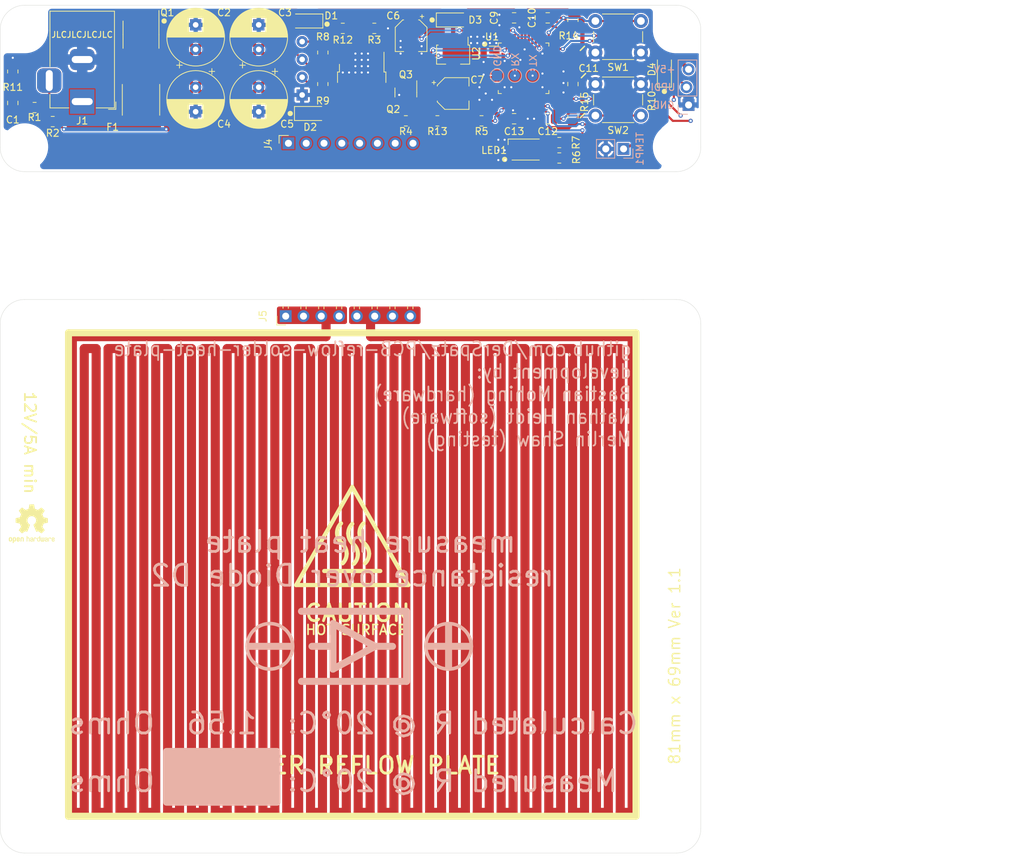
<source format=kicad_pcb>
(kicad_pcb (version 20221018) (generator pcbnew)
  (layers (0 "F.Cu" signal) (31 "B.Cu" signal) (34 "B.Paste" user) (35 "F.Paste" user) (36 "B.SilkS" user "B.Silkscreen") (37 "F.SilkS" user "F.Silkscreen") (38 "B.Mask" user) (39 "F.Mask" user) (44 "Edge.Cuts" user))
  (net 0 "")
  (net 1 "GND")
  (net 2 "+5V")
  (net 3 "VCC")
  (net 4 "/UPDI")
  (net 5 "/VCC-DIV")
  (net 6 "/I2C_SDA")
  (net 7 "/I2C_SCL")
  (net 8 "/GATE")
  (net 9 "HEATPLATE")
  (net 10 "Net-(Q1-G)")
  (net 11 "Net-(D1-K)")
  (net 12 "Net-(F1-Pad1)")
  (net 13 "Net-(D2-A)")
  (net 14 "/TX0")
  (net 15 "/RX0")
  (net 16 "Net-(D4-A)")
  (net 17 "Net-(C1-Pad1)")
  (net 18 "Net-(J1-Pad3)")
  (net 19 "/SW_UP")
  (net 20 "/SW_DN")
  (net 21 "/TDATA_D")
  (net 22 "/LED_G")
  (net 23 "/LED_R")
  (net 24 "Net-(LED1A-A1)")
  (net 25 "Net-(LED1B-A2)")
  (net 26 "Net-(Q2-G)")
  (net 27 "Net-(Q3-B)")
  (net 57 "unconnected-(U1-PF2-Pad36)")
  (footprint "Package_SO:SOIC-8_3.9x4.9mm_P1.27mm" (layer "F.Cu") (at 80.1 64.2 -90)
    (fp_text reference "Q1")
    (fp_text value "WSP4409A")
  )
  (footprint "Resistor_SMD:R_0805_2012Metric" (layer "F.Cu") (at 122.4 76.5)
    (fp_text reference "R13")
    (fp_text value "10k")
  )
  (footprint "Package_TO_SOT_SMD:SOT-23" (layer "F.Cu") (at 117.9 72.45 -90)
    (fp_text reference "Q3")
    (fp_text value "SS8050")
  )
  (footprint "Resistor_SMD:R_0805_2012Metric" (layer "F.Cu") (at 106.05 71.25 90)
    (fp_text reference "R9")
    (fp_text value "4k7")
  )
  (footprint "Capacitor_THT:CP_Radial_D8.0mm_P3.50mm" (layer "F.Cu") (at 96.9 71.7 -90)
    (fp_text reference "C5")
    (fp_text value "680u/16V")
  )
  (footprint "Button_Switch_THT:SW_PUSH_6mm" (layer "F.Cu") (at 144.95 62.25)
    (fp_text reference "SW1")
    (fp_text value "SW_Push")
  )
  (footprint "Connector_PinSocket_2.54mm:PinSocket_1x08_P2.54mm_Horizontal" (layer "F.Cu") (at 101.14 79.7 90)
    (fp_text reference "J4")
    (fp_text value "1x8 2.54mm female" hide)
  )
  (footprint "MountingHole:MountingHole_3.2mm_M3" (layer "F.Cu") (at 63.53 105.49)
    (fp_text reference "H7" hide)
    (fp_text value "M3")
  )
  (footprint "Resistor_SMD:R_0805_2012Metric" (layer "F.Cu") (at 139.8 81.8 180)
    (fp_text reference "R6")
    (fp_text value "1k")
  )
  (footprint "Capacitor_SMD:CP_Elec_4x5.4" (layer "F.Cu") (at 118.65 64.35 -90)
    (fp_text reference "C6")
    (fp_text value "22u/16V")
  )
  (footprint "MountingHole:MountingHole_3.2mm_M3" (layer "F.Cu") (at 156.5 105.5)
    (fp_text reference "H8" hide)
    (fp_text value "M3")
  )
  (footprint "Package_TO_SOT_SMD:TO-252-2" (layer "F.Cu") (at 111.6 72 -90)
    (fp_text reference "Q2")
    (fp_text value "IRLR8726TRPBF")
  )
  (footprint "Package_TO_SOT_SMD:SOT-89-3" (layer "F.Cu") (at 124.65 66.75 -90)
    (fp_text reference "U2")
    (fp_text value "AMS1117-5.0")
  )
  (footprint "Connector_PinHeader_2.54mm:PinHeader_1x08_P2.54mm_Horizontal" (layer "F.Cu") (at 100.75 104.375 90)
    (fp_text reference "J5")
    (fp_text value "1x8 2.54mm male")
  )
  (footprint "Connector_BarrelJack:BarrelJack_Horizontal" (layer "F.Cu") (at 71.7075 73.75 -90)
    (fp_text reference "J1")
    (fp_text value "Barrel_Jack_Switch")
  )
  (footprint "Diode_SMD:D_SOD-123" (layer "F.Cu") (at 103.8 62.25 180)
    (fp_text reference "D1")
    (fp_text value "B5819W")
  )
  (footprint "Capacitor_THT:CP_Radial_D8.0mm_P3.50mm" (layer "F.Cu") (at 96.9 66.3 90)
    (fp_text reference "C3")
    (fp_text value "680u/16V")
  )
  (footprint "Resistor_SMD:R_0805_2012Metric" (layer "F.Cu") (at 154.65 74.4 90)
    (fp_text reference "R10")
    (fp_text value "1k")
  )
  (footprint "Resistor_SMD:R_0805_2012Metric" (layer "F.Cu") (at 139.8 79.6 180)
    (fp_text reference "R7")
    (fp_text value "1k")
  )
  (footprint "Capacitor_SMD:C_0805_2012Metric" (layer "F.Cu") (at 138.15 76.2 180)
    (fp_text reference "C12")
    (fp_text value "100nF")
  )
  (footprint "Resistor_SMD:R_0805_2012Metric" (layer "F.Cu") (at 141.75 62.1 90)
    (fp_text reference "R14")
    (fp_text value "10k")
  )
  (footprint "Resistor_SMD:R_0805_2012Metric" (layer "F.Cu") (at 141.75 75.9 -90)
    (fp_text reference "R15")
    (fp_text value "10k")
  )
  (footprint "Button_Switch_THT:SW_PUSH_6mm" (layer "F.Cu") (at 151.45 75.75 180)
    (fp_text reference "SW2")
    (fp_text value "SW_Push")
  )
  (footprint "Package_QFP:TQFP-48_7x7mm_P0.5mm" (layer "F.Cu") (at 134.7 69)
    (fp_text reference "U1")
    (fp_text value "ATMEGA4809-AFR")
  )
  (footprint "MountingHole:MountingHole_3.2mm_M3" (layer "F.Cu") (at 156.5 80.2)
    (fp_text reference "H6" hide)
    (fp_text value "M3")
  )
  (footprint "Resistor_SMD:R_0805_2012Metric" (layer "F.Cu") (at 113.4 63.3)
    (fp_text reference "R3")
    (fp_text value "1k")
  )
  (footprint "Capacitor_SMD:CP_Elec_4x5.4" (layer "F.Cu") (at 124.65 72.6)
    (fp_text reference "C7")
    (fp_text value "22u/16V")
  )
  (footprint "Capacitor_THT:CP_Radial_D8.0mm_P3.50mm" (layer "F.Cu") (at 87.9 66.3 90)
    (fp_text reference "C2")
    (fp_text value "680u/16V")
  )
  (footprint "Diode_SMD:D_SOD-123" (layer "F.Cu") (at 124.5 62.1)
    (fp_text reference "D3")
    (fp_text value "B5819W")
  )
  (footprint "Capacitor_SMD:C_0805_2012Metric" (layer "F.Cu") (at 133.35 61.8 180)
    (fp_text reference "C9")
    (fp_text value "100nF")
  )
  (footprint "Capacitor_THT:CP_Radial_D8.0mm_P3.50mm" (layer "F.Cu") (at 87.9 71.7 -90)
    (fp_text reference "C4")
    (fp_text value "680u/16V")
  )
  (footprint "MountingHole:MountingHole_3.2mm_M3" (layer "F.Cu") (at 63.5 63.5)
    (fp_text reference "H1" hide)
    (fp_text value "M3")
  )
  (footprint "MountingHole:MountingHole_3.2mm_M3" (layer "F.Cu") (at 156.506 177.502)
    (fp_text reference "H4" hide)
    (fp_text value "M3")
  )
  (footprint "MountingHole:MountingHole_3.2mm_M3" (layer "F.Cu") (at 63.5 80.2)
    (fp_text reference "H5" hide)
    (fp_text value "M3")
  )
  (footprint "Resistor_SMD:R_0805_2012Metric" (layer "F.Cu") (at 61.8 69.45 90)
    (fp_text reference "R11")
    (fp_text value "10k")
  )
  (footprint "User:0.91Inch-OLED-Module" (layer "F.Cu") (at 119.89 67.92)
    (fp_text reference "OLED1" hide)
    (fp_text value "SSD1306")
  )
  (footprint "Diode_SMD:D_SOD-123" (layer "F.Cu") (at 154.8 69.45 90)
    (fp_text reference "D4")
    (fp_text value "B5819W")
  )
  (footprint "Capacitor_SMD:C_0805_2012Metric" (layer "F.Cu") (at 138.15 61.8 180)
    (fp_text reference "C10")
    (fp_text value "100nF")
  )
  (footprint "Capacitor_SMD:C_0805_2012Metric" (layer "F.Cu") (at 133.35 76.2)
    (fp_text reference "C13")
    (fp_text value "100nF")
  )
  (footprint "LED_SMD:LED_Avago_PLCC4_3.2x2.8mm_CW" (layer "F.Cu") (at 135 80.6)
    (fp_text reference "LED1")
    (fp_text value "RED/GREEN")
  )
  (footprint "Capacitor_SMD:C_0805_2012Metric" (layer "F.Cu") (at 141.75 71.25 -90)
    (fp_text reference "C11")
    (fp_text value "100nF")
  )
  (footprint "Resistor_SMD:R_0805_2012Metric" (layer "F.Cu") (at 128.7 76.5 180)
    (fp_text reference "R5")
    (fp_text value "1k")
  )
  (footprint "Resistor_SMD:R_0805_2012Metric" (layer "F.Cu") (at 117.9 76.5 180)
    (fp_text reference "R4")
    (fp_text value "4k7")
  )
  (footprint "Capacitor_SMD:C_0805_2012Metric" (layer "F.Cu") (at 61.8 73.95 90)
    (fp_text reference "C1")
    (fp_text value "10u")
  )
  (footprint "Resistor_SMD:R_0805_2012Metric" (layer "F.Cu") (at 106.05 66.75 90)
    (fp_text reference "R8")
    (fp_text value "4k7")
  )
  (footprint "MountingHole:MountingHole_3.2mm_M3" (layer "F.Cu") (at 63.506 177.502)
    (fp_text reference "H3" hide)
    (fp_text value "M3")
  )
  (footprint "Symbol:OSHW-Logo2_7.3x6mm_SilkScreen" (layer "F.Cu") (at 64.506 134.002)
    (fp_text reference "LOGO1" hide)
    (fp_text value "Logo_Open_Hardware_Small" hide)
  )
  (footprint "Diode_SMD:D_SOD-123" (layer "F.Cu") (at 104.25 75.45)
    (fp_text reference "D2")
    (fp_text value "B5819W")
  )
  (footprint "Resistor_SMD:R_0805_2012Metric" (layer "F.Cu") (at 67.5 76.6)
    (fp_text reference "R2")
    (fp_text value "47")
  )
  (footprint "MountingHole:MountingHole_3.2mm_M3" (layer "F.Cu") (at 156.5 63.5)
    (fp_text reference "H2" hide)
    (fp_text value "M3")
  )
  (footprint "Fuse:Fuse_2920_7451Metric" (layer "F.Cu") (at 80.1 73.5 90)
    (fp_text reference "F1")
    (fp_text value "5A")
  )
  (footprint "Resistor_SMD:R_0805_2012Metric" (layer "F.Cu") (at 64.9125 74.6 180)
    (fp_text reference "R1")
    (fp_text value "47")
  )
  (footprint "Resistor_SMD:R_0805_2012Metric" (layer "F.Cu") (at 108.9 63.3)
    (fp_text reference "R12")
    (fp_text value "10k")
  )
  (footprint "Connector_PinHeader_2.54mm:PinHeader_1x03_P2.54mm_Vertical" (layer "B.Cu") (at 158.1 74.23)
    (fp_text reference "UPDI1" hide)
    (fp_text value "1x03_2.54mm")
  )
  (footprint "TestPoint:TestPoint_Pad_D1.5mm" (layer "B.Cu") (at 130.91 70.05)
    (fp_text reference "TP3" hide)
    (fp_text value "TestPoint")
  )
  (footprint "Connector_PinHeader_2.54mm:PinHeader_1x02_P2.54mm_Vertical" (layer "B.Cu") (at 148.975 80.5 90)
    (fp_text reference "TEMP1")
    (fp_text value "1x02_2.54mm")
  )
  (footprint "TestPoint:TestPoint_Pad_D1.5mm" (layer "B.Cu") (at 135.99 70.05)
    (fp_text reference "TP1" hide)
    (fp_text value "TestPoint")
  )
  (footprint "TestPoint:TestPoint_Pad_D1.5mm" (layer "B.Cu") (at 133.45 70.05)
    (fp_text reference "TP2" hide)
    (fp_text value "TestPoint")
  )
  (gr_line (start 107.5 151.5) (end 104.5 151.5) (stroke (width 1)) (layer "B.SilkS"))
  (gr_line (start 118 156.5) (end 103 156.5) (stroke (width 1)) (layer "B.SilkS"))
  (gr_line (start 127 151.5) (end 121 151.5) (stroke (width 1)) (layer "B.SilkS"))
  (gr_line (start 118 156.5) (end 118 146.5) (stroke (width 1)) (layer "B.SilkS"))
  (gr_line (start 118 146.5) (end 103 146.5) (stroke (width 1)) (layer "B.SilkS"))
  (gr_circle (center 98.5 151.5) (end 95.25 151.5) (stroke (width 0.5)) (fill none) (layer "B.SilkS"))
  (gr_circle (center 124 151.5) (end 120.75 151.5) (stroke (width 0.5)) (fill none) (layer "B.SilkS"))
  (gr_line (start 107.5 148.25) (end 113.5 151.5) (stroke (width 1)) (layer "B.SilkS"))
  (gr_line (start 101.5 151.5) (end 95.5 151.5) (stroke (width 1)) (layer "B.SilkS"))
  (gr_line (start 107.5 154.75) (end 107.5 148.25) (stroke (width 1)) (layer "B.SilkS"))
  (gr_line (start 113 151.5) (end 116 151.5) (stroke (width 1)) (layer "B.SilkS"))
  (gr_line (start 124 154.5) (end 124 148.5) (stroke (width 1)) (layer "B.SilkS"))
  (gr_line (start 113.5 151.5) (end 107.5 154.75) (stroke (width 1)) (layer "B.SilkS"))
  (gr_rect (start 83.75 166.5) (end 99.5 173.75) (stroke (width 1)) (fill solid) (layer "B.SilkS"))
  (gr_arc (start 108.65 136.681) (mid 108.231618 136.05435) (end 108.084891 135.315293) (stroke (width 0.6)) (layer "F.SilkS"))
  (gr_arc (start 108.884 136.916) (mid 109.302458 137.542267) (end 109.449402 138.281) (stroke (width 0.6)) (layer "F.SilkS"))
  (gr_line locked (start 102.25 142.75) (end 110.25 128.75) (stroke (width 0.6)) (layer "F.SilkS"))
  (gr_line locked (start 110.25 136.75) (end 110.484 136.984) (stroke (width 0.6)) (layer "F.SilkS"))
  (gr_line locked (start 102.25 142.75) (end 118.25 142.75) (stroke (width 0.6)) (layer "F.SilkS"))
  (gr_circle (center 121.65 62.1) (end 121.95 62.1) (stroke (width 0.15)) (fill solid) (layer "F.SilkS"))
  (gr_arc (start 111.85 136.681) (mid 111.431618 136.05435) (end 111.284891 135.315293) (stroke (width 0.6)) (layer "F.SilkS"))
  (gr_circle (center 101.4 75.45) (end 101.7 75.45) (stroke (width 0.15)) (fill solid) (layer "F.SilkS"))
  (gr_arc (start 110.25 136.75) (mid 109.831235 136.123274) (end 109.684184 135.384) (stroke (width 0.6)) (layer "F.SilkS"))
  (gr_arc (start 111.05 138.35) (mid 110.903011 139.088962) (end 110.484423 139.715423) (stroke (width 0.6)) (layer "F.SilkS"))
  (gr_line (start 142.8 76.05) (end 143.4 75.45) (stroke (width 0.2)) (layer "F.SilkS"))
  (gr_circle (center 132 82) (end 132.3 82) (stroke (width 0.15)) (fill solid) (layer "F.SilkS"))
  (gr_line (start 69.75 106.75) (end 69.75 175.75) (stroke (width 1)) (layer "F.SilkS"))
  (gr_arc (start 109.45 138.281) (mid 109.303011 139.019962) (end 108.884423 139.646423) (stroke (width 0.6)) (layer "F.SilkS"))
  (gr_arc (start 108.084 135.316) (mid 108.231065 134.576656) (end 108.64987 133.94987) (stroke (width 0.6)) (layer "F.SilkS"))
  (gr_arc (start 110.484 136.984) (mid 110.902841 137.610343) (end 111.050109 138.349293) (stroke (width 0.6)) (layer "F.SilkS"))
  (gr_line (start 142.8 66.45) (end 143.4 65.85) (stroke (width 0.2)) (layer "F.SilkS"))
  (gr_circle (center 154.8 72.3) (end 155.1 72.3) (stroke (width 0.15)) (fill solid) (layer "F.SilkS"))
  (gr_arc (start 112.084 136.916) (mid 112.502458 137.542267) (end 112.649402 138.281) (stroke (width 0.6)) (layer "F.SilkS"))
  (gr_arc (start 112.65 138.281) (mid 112.503011 139.019962) (end 112.084423 139.646423) (stroke (width 0.6)) (layer "F.SilkS"))
  (gr_line locked (start 106.25 140.75) (end 114.25 140.75) (stroke (width 0.6)) (layer "F.SilkS"))
  (gr_line (start 150.75 106.75) (end 69.75 106.75) (stroke (width 1)) (layer "F.SilkS"))
  (gr_circle (center 129.15 65.55) (end 129.45 65.55) (stroke (width 0.15)) (fill solid) (layer "F.SilkS"))
  (gr_arc (start 111.284 135.316) (mid 111.431065 134.576656) (end 111.84987 133.94987) (stroke (width 0.6)) (layer "F.SilkS"))
  (gr_arc (start 109.684 135.384) (mid 109.831065 134.644656) (end 110.24987 134.01787) (stroke (width 0.6)) (layer "F.SilkS"))
  (gr_circle (center 106.65 62.7) (end 106.95 62.7) (stroke (width 0.15)) (fill solid) (layer "F.SilkS"))
  (gr_line locked (start 110.25 128.75) (end 118.25 142.75) (stroke (width 0.6)) (layer "F.SilkS"))
  (gr_line (start 150.75 175.75) (end 69.75 175.75) (stroke (width 1)) (layer "F.SilkS"))
  (gr_line locked (start 108.65 136.681) (end 108.884 136.916) (stroke (width 0.6)) (layer "F.SilkS"))
  (gr_line (start 150.75 106.75) (end 150.75 175.75) (stroke (width 1)) (layer "F.SilkS"))
  (gr_line (start 142.95 70.35) (end 143.55 69.75) (stroke (width 0.2)) (layer "F.SilkS"))
  (gr_line locked (start 111.85 136.681) (end 112.084 136.916) (stroke (width 0.6)) (layer "F.SilkS"))
  (gr_circle (center 83.4 62.25) (end 83.7 62.25) (stroke (width 0.15)) (fill solid) (layer "F.SilkS"))
  (gr_line (start 139.4 102) (end 83.2 102) (stroke (width 0.05)) (layer "Edge.Cuts"))
  (gr_arc (start 156.5 60) (mid 158.974874 61.025126) (end 160 63.5) (stroke (width 0.05)) (layer "Edge.Cuts"))
  (gr_line (start 60 177.5) (end 60 105.5) (stroke (width 0.05)) (layer "Edge.Cuts"))
  (gr_line (start 94 83.75) (end 63.5 83.75) (stroke (width 0.05)) (layer "Edge.Cuts"))
  (gr_arc (start 63.506 181.002) (mid 61.031126 179.976874) (end 60.006 177.502) (stroke (width 0.05)) (layer "Edge.Cuts"))
  (gr_arc (start 160.006 177.502) (mid 158.980874 179.976874) (end 156.506 181.002) (stroke (width 0.05)) (layer "Edge.Cuts"))
  (gr_line (start 156.5 102) (end 139.4 102) (stroke (width 0.05)) (layer "Edge.Cuts"))
  (gr_line (start 156.5 83.75) (end 139.4 83.75) (stroke (width 0.05)) (layer "Edge.Cuts"))
  (gr_line (start 83.2 102) (end 63.45 102) (stroke (width 0.05)) (layer "Edge.Cuts"))
  (gr_line (start 156.506 181.002) (end 63.506 181.002) (stroke (width 0.05)) (layer "Edge.Cuts"))
  (gr_arc (start 156.5 102) (mid 158.977874 103.023884) (end 160.006 105.5) (stroke (width 0.05)) (layer "Edge.Cuts"))
  (gr_line (start 151.75 102) (end 151.75 102) (stroke (width 0.05)) (layer "Edge.Cuts"))
  (gr_arc (start 63.5 83.75) (mid 61.025126 82.724874) (end 60 80.25) (stroke (width 0.05)) (layer "Edge.Cuts"))
  (gr_line (start 60 80.25) (end 60 63.5) (stroke (width 0.05)) (layer "Edge.Cuts"))
  (gr_line (start 160.006 105.5) (end 160.006 177.502) (stroke (width 0.05)) (layer "Edge.Cuts"))
  (gr_arc (start 160 80.25) (mid 158.974874 82.724874) (end 156.5 83.75) (stroke (width 0.05)) (layer "Edge.Cuts"))
  (gr_arc (start 60 63.5) (mid 61.025126 61.025126) (end 63.5 60) (stroke (width 0.05)) (layer "Edge.Cuts"))
  (gr_line (start 63.5 60) (end 156.5 60) (stroke (width 0.05)) (layer "Edge.Cuts"))
  (gr_line (start 139.4 83.75) (end 94 83.75) (stroke (width 0.05)) (layer "Edge.Cuts"))
  (gr_line (start 160 63.5) (end 160 80.25) (stroke (width 0.05)) (layer "Edge.Cuts"))
  (gr_arc (start 60 105.5) (mid 61.000126 103.035482) (end 63.45 102) (stroke (width 0.05)) (layer "Edge.Cuts"))
  (gr_text "github.com/DerSpatz/PCB-reflow-solder-heat-plate\ndevelopment by:\nBastian Mohing (hardware)\nNathan Heidt (software)\nMerlin Shaw (testing)" (at 150.25 115.5) (layer "B.SilkS") (effects (font (size 2 1.8) (thickness 0.25)) (justify left mirror)))
  (gr_text "GND" (at 130.91 68.85 270) (layer "B.SilkS") (effects (font (size 1 1)) (justify left mirror)))
  (gr_text "TX" (at 135.99 68.85 270) (layer "B.SilkS") (effects (font (size 1 1)) (justify left mirror)))
  (gr_text "RX" (at 133.45 68.85 270) (layer "B.SilkS") (effects (font (size 1 1)) (justify left mirror)))
  (gr_text "+5V" (at 156.45 69.15) (layer "B.SilkS") (effects (font (size 1 1)) (justify left mirror)))
  (gr_text "1.56  Ohms" (at 69.5 162.5) (layer "B.SilkS") (effects (font (size 3 3) (thickness 0.4)) (justify right mirror)))
  (gr_text "Measured R @ 20°C:" (at 100.75 170.75) (layer "B.SilkS") (effects (font (size 3 3) (thickness 0.4)) (justify right mirror)))
  (gr_text "Calculated R @ 20°C:" (at 100.75 162.5) (layer "B.SilkS") (effects (font (size 3 3) (thickness 0.4)) (justify right mirror)))
  (gr_text "GND" (at 156.3 74.25) (layer "B.SilkS") (effects (font (size 1 1)) (justify left mirror)))
  (gr_text "measure heat plate \nresistance over Diode D2" (at 110.25 139) (layer "B.SilkS") (effects (font (size 3 3) (thickness 0.4)) (justify mirror)))
  (gr_text "UPDI" (at 156.45 71.7) (layer "B.SilkS") (effects (font (size 1 1)) (justify left mirror)))
  (gr_text "Ohms" (at 69.5 170.75) (layer "B.SilkS") (effects (font (size 3 3) (thickness 0.4)) (justify right mirror)))
  (gr_text "Ver 1.1" (at 156.256 149.102 90) (layer "F.SilkS") (effects (font (size 1.6 1.6) (thickness 0.2)) (justify left)))
  (gr_text "CAUTION" (at 103.25 146.75) (layer "F.SilkS") (effects (font (size 2.4 2.4) (thickness 0.4)) (justify left)))
  (gr_text "12V/5A min" (at 64.256 115.002 270) (layer "F.SilkS") (effects (font (size 1.6 1.6) (thickness 0.25)) (justify left)))
  (gr_text "HOT SURFACE" (at 103.45 149.15) (layer "F.SilkS") (effects (font (size 1.4 1.4) (thickness 0.24)) (justify left)))
  (gr_text "JLCJLCJLCJLC" (at 71.7 64.2) (layer "F.SilkS") (effects (font (size 0.85 0.85))))
  (gr_text "81mm x 69mm" (at 156.256 168.502 90) (layer "F.SilkS") (effects (font (size 1.6 1.6) (thickness 0.2)) (justify left)))
  (gr_text "SOLDER REFLOW PLATE" (at 110.556 168.502) (layer "F.SilkS") (effects (font (size 2.4 2.4) (thickness 0.4))))
  (segment (start 133.8 76.2) (end 134.3 76.2) (width 0.6) (layer "F.Cu") (net 1))
  (segment (start 138.8625 69.75) (end 140.1 69.75) (width 0.3) (layer "F.Cu") (net 1))
  (segment (start 133.2 75) (end 132.95 74.75) (width 0.3) (layer "F.Cu") (net 1))
  (segment (start 134.85 66.3) (end 134.45 65.9) (width 0.3) (layer "F.Cu") (net 1))
  (segment (start 134.1 63.15) (end 134.45 63.5) (width 0.3) (layer "F.Cu") (net 1))
  (segment (start 134.3 76.1) (end 134.3 76.2) (width 0.6) (layer "F.Cu") (net 1))
  (segment (start 114.3125 63.3) (end 115.35 63.3) (width 0.6) (layer "F.Cu") (net 1))
  (segment (start 134.45 63.5) (end 134.45 64.8375) (width 0.3) (layer "F.Cu") (net 1))
  (segment (start 137.2 61.8) (end 136.05 61.8) (width 0.6) (layer "F.Cu") (net 1))
  (segment (start 132.95 74.75) (end 132.95 73.1625) (width 0.3) (layer "F.Cu") (net 1))
  (segment (start 134.45 65.9) (end 134.45 64.8375) (width 0.3) (layer "F.Cu") (net 1))
  (segment (start 133.5 75.9) (end 133.8 76.2) (width 0.6) (layer "F.Cu") (net 1))
  (segment (start 140.1 69.75) (end 140.4 69.45) (width 0.3) (layer "F.Cu") (net 1))
  (segment (start 133.2 75) (end 134.3 76.1) (width 0.6) (layer "F.Cu") (net 1))
  (segment (start 116.95 71.5125) (end 116.95 72.8) (width 0.6) (layer "F.Cu") (net 1))
  (segment (start 138.8625 69.75) (end 137.4 69.75) (width 0.3) (layer "F.Cu") (net 1))
  (segment (start 61.8 68.5375) (end 61.8 67.5) (width 0.3) (layer "F.Cu") (net 1))
  (segment (start 133.2 75) (end 133.5 75.3) (width 0.6) (layer "F.Cu") (net 1))
  (segment (start 132.95 73.1625) (end 132.95 71.7) (width 0.3) (layer "F.Cu") (net 1))
  (segment (start 133.5 75.3) (end 133.5 75.9) (width 0.6) (layer "F.Cu") (net 1))
  (via (at 111.6 67.8) (size 0.6) (drill 0.3) (layers "F.Cu" "B.Cu") (net 1))
  (via (at 116.95 72.8) (size 0.6) (drill 0.3) (layers "F.Cu" "B.Cu") (net 1))
  (via (at 127.2 65.4) (size 0.6) (drill 0.3) (layers "F.Cu" "B.Cu") (net 1))
  (via (at 133.2 75) (size 0.6) (drill 0.3) (layers "F.Cu" "B.Cu") (net 1))
  (via (at 129 65.4) (size 0.6) (drill 0.3) (layers "F.Cu" "B.Cu") (net 1))
  (via (at 129 69.9) (size 0.6) (drill 0.3) (layers "F.Cu" "B.Cu") (net 1))
  (via (at 132 80.7) (size 0.6) (drill 0.3) (layers "F.Cu" "B.Cu") (net 1))
  (via (at 110.7 69.6) (size 0.6) (drill 0.3) (layers "F.Cu" "B.Cu") (net 1))
  (via (at 112.5 69.6) (size 0.6) (drill 0.3) (layers "F.Cu" "B.Cu") (net 1))
  (via (at 135.3 76.2) (size 0.6) (drill 0.3) (layers "F.Cu" "B.Cu") (net 1))
  (via (at 132 79.2) (size 0.6) (drill 0.3) (layers "F.Cu" "B.Cu") (net 1))
  (via (at 137.4 69.75) (size 0.6) (drill 0.3) (layers "F.Cu" "B.Cu") (net 1))
  (via (at 130.8 65.4) (size 0.6) (drill 0.3) (layers "F.Cu" "B.Cu") (net 1))
  (via (at 134.1 63.15) (size 0.6) (drill 0.3) (layers "F.Cu" "B.Cu") (net 1))
  (via (at 137.4 66.9) (size 0.6) (drill 0.3) (layers "F.Cu" "B.Cu") (net 1))
  (via (at 120.15 65.85) (size 0.6) (drill 0.3) (layers "F.Cu" "B.Cu") (net 1))
  (via (at 117.15 66) (size 0.6) (drill 0.3) (layers "F.Cu" "B.Cu") (net 1))
  (via (at 134.25 67.8) (size 0.6) (drill 0.3) (layers "F.Cu" "B.Cu") (net 1))
  (via (at 115.35 63.3) (size 0.6) (drill 0.3) (layers "F.Cu" "B.Cu") (net 1))
  (via (at 110.7 66.9) (size 0.6) (drill 0.3) (layers "F.Cu" "B.Cu") (net 1))
  (via (at 127.2 64.5) (size 0.6) (drill 0.3) (layers "F.Cu" "B.Cu") (net 1))
  (via (at 134.85 66.3) (size 0.6) (drill 0.3) (layers "F.Cu" "B.Cu") (net 1))
  (via (at 117.15 66.9) (size 0.6) (drill 0.3) (layers "F.Cu" "B.Cu") (net 1))
  (via (at 137.4 71.7) (size 0.6) (drill 0.3) (layers "F.Cu" "B.Cu") (net 1))
  (via (at 111.6 66.9) (size 0.6) (drill 0.3) (layers "F.Cu" "B.Cu") (net 1))
  (via (at 117.15 65.1) (size 0.6) (drill 0.3) (layers "F.Cu" "B.Cu") (net 1))
  (via (at 132 67.95) (size 0.6) (drill 0.3) (layers "F.Cu" "B.Cu") (net 1))
  (via (at 136.05 61.8) (size 0.6) (drill 0.3) (layers "F.Cu" "B.Cu") (net 1))
  (via (at 61.8 67.5) (size 0.6) (drill 0.3) (layers "F.Cu" "B.Cu") (net 1))
  (via (at 111.6 68.7) (size 0.6) (drill 0.3) (layers "F.Cu" "B.Cu") (net 1))
  (via (at 128.1 65.4) (size 0.6) (drill 0.3) (layers "F.Cu" "B.Cu") (net 1))
  (via (at 140.4 72.45) (size 0.6) (drill 0.3) (layers "F.Cu" "B.Cu") (net 1))
  (via (at 129 68.1) (size 0.6) (drill 0.3) (layers "F.Cu" "B.Cu") (net 1))
  (via (at 129.9 65.4) (size 0.6) (drill 0.3) (layers "F.Cu" "B.Cu") (net 1))
  (via (at 112.5 68.7) (size 0.6) (drill 0.3) (layers "F.Cu" "B.Cu") (net 1))
  (via (at 131.25 62.85) (size 0.6) (drill 0.3) (layers "F.Cu" "B.Cu") (net 1))
  (via (at 128.4 71.7) (size 0.6) (drill 0.3) (layers "F.Cu" "B.Cu") (net 1))
  (via (at 111.6 69.6) (size 0.6) (drill 0.3) (layers "F.Cu" "B.Cu") (net 1))
  (via (at 128.4 73.5) (size 0.6) (drill 0.3) (layers "F.Cu" "B.Cu") (net 1))
  (via (at 140.4 71.1) (size 0.6) (drill 0.3) (layers "F.Cu" "B.Cu") (net 1))
  (via (at 110.7 67.8) (size 0.6) (drill 0.3) (layers "F.Cu" "B.Cu") (net 1))
  (via (at 129.3 72.6) (size 0.6) (drill 0.3) (layers "F.Cu" "B.Cu") (net 1))
  (via (at 109.8 69.6) (size 0.6) (drill 0.3) (layers "F.Cu" "B.Cu") (net 1))
  (via (at 132.95 71.7) (size 0.6) (drill 0.3) (layers "F.Cu" "B.Cu") (net 1))
  (via (at 112.5 66.9) (size 0.6) (drill 0.3) (layers "F.Cu" "B.Cu") (net 1))
  (via (at 108.9 69.6) (size 0.6) (drill 0.3) (layers "F.Cu" "B.Cu") (net 1))
  (via (at 130.8 64.5) (size 0.6) (drill 0.3) (layers "F.Cu" "B.Cu") (net 1))
  (via (at 130.2 73.5) (size 0.6) (drill 0.3) (layers "F.Cu" "B.Cu") (net 1))
  (via (at 131.1 82.1) (size 0.6) (drill 0.3) (layers "F.Cu" "B.Cu") (net 1))
  (via (at 140.4 69.45) (size 0.6) (drill 0.3) (layers "F.Cu" "B.Cu") (net 1))
  (via (at 131.1 79.2) (size 0.6) (drill 0.3) (layers "F.Cu" "B.Cu") (net 1))
  (via (at 132 71.7) (size 0.6) (drill 0.3) (layers "F.Cu" "B.Cu") (net 1))
  (via (at 131.25 61.35) (size 0.6) (drill 0.3) (layers "F.Cu" "B.Cu") (net 1))
  (via (at 120.15 66.9) (size 0.6) (drill 0.3) (layers "F.Cu" "B.Cu") (net 1))
  (via (at 110.7 68.7) (size 0.6) (drill 0.3) (layers "F.Cu" "B.Cu") (net 1))
  (via (at 129.9 64.5) (size 0.6) (drill 0.3) (layers "F.Cu" "B.Cu") (net 1))
  (via (at 131.1 80.7) (size 0.6) (drill 0.3) (layers "F.Cu" "B.Cu") (net 1))
  (via (at 136.2 76.2) (size 0.6) (drill 0.3) (layers "F.Cu" "B.Cu") (net 1))
  (via (at 112.5 67.8) (size 0.6) (drill 0.3) (layers "F.Cu" "B.Cu") (net 1))
  (via (at 132.1 82.1) (size 0.6) (drill 0.3) (layers "F.Cu" "B.Cu") (net 1))
  (via (at 128.1 64.5) (size 0.6) (drill 0.3) (layers "F.Cu" "B.Cu") (net 1))
  (via (at 129 64.5) (size 0.6) (drill 0.3) (layers "F.Cu" "B.Cu") (net 1))
  (segment (start 125.25 62.1) (end 126.15 62.1) (width 0.6) (layer "F.Cu") (net 2))
  (segment (start 143.1 69) (end 143.1 62.25) (width 0.6) (layer "F.Cu") (net 2))
  (segment (start 142.1875 61.3375) (end 142.0375 61.3375) (width 0.6) (layer "F.Cu") (net 2))
  (segment (start 107.55 67.05) (end 108.45 66.15) (width 0.3) (layer "F.Cu") (net 2))
  (segment (start 107.55 71.7) (end 107.0875 72.1625) (width 0.3) (layer "F.Cu") (net 2))
  (segment (start 131.55 76.2) (end 130.35 75) (width 0.6) (layer "F.Cu") (net 2))
  (segment (start 108.45 66.15) (end 114.75 66.15) (width 0.3) (layer "F.Cu") (net 2))
  (segment (start 114.75 66.15) (end 115.2 66.6) (width 0.3) (layer "F.Cu") (net 2))
  (segment (start 134.3 61.55) (end 133.35 60.6) (width 0.3) (layer "F.Cu") (net 2))
  (segment (start 151.99998 69.3) (end 153.79998 71.1) (width 0.6) (layer "F.Cu") (net 2))
  (segment (start 141 60.6) (end 135.3 60.6) (width 0.3) (layer "F.Cu") (net 2))
  (segment (start 143.1 62.25) (end 142.1875 61.3375) (width 0.6) (layer "F.Cu") (net 2))
  (segment (start 124.65 65.1875) (end 124.65 62.7) (width 0.6) (layer "F.Cu") (net 2))
  (segment (start 141.75 70.3) (end 143 70.3) (width 0.3) (layer "F.Cu") (net 2))
  (segment (start 130.35 75) (end 129.3 75) (width 0.6) (layer "F.Cu") (net 2))
  (segment (start 153.79998 71.1) (end 154.8 71.1) (width 0.6) (layer "F.Cu") (net 2))
  (segment (start 138.8625 70.25) (end 141.7 70.25) (width 0.3) (layer "F.Cu") (net 2))
  (segment (start 133.5 77.55) (end 141.0125 77.55) (width 0.6) (layer "F.Cu") (net 2))
  (segment (start 107.0875 72.1625) (end 106.05 72.1625) (width 0.3) (layer "F.Cu") (net 2))
  (segment (start 141.8875 76.8125) (end 143.1 75.6) (width 0.6) (layer "F.Cu") (net 2))
  (segment (start 154.8 73.3375) (end 154.8 71.1) (width 0.6) (layer "F.Cu") (net 2))
  (segment (start 107.5375 67.6625) (end 107.55 67.65) (width 0.3) (layer "F.Cu") (net 2))
  (segment (start 141.0125 77.55) (end 141.75 76.8125) (width 0.6) (layer "F.Cu") (net 2))
  (segment (start 135.3 60.6) (end 134.3 61.6) (width 0.3) (layer "F.Cu") (net 2))
  (segment (start 132.4 76.2) (end 131.55 76.2) (width 0.6) (layer "F.Cu") (net 2))
  (segment (start 126.15 61.2) (end 126.15 62.1) (width 0.3) (layer "F.Cu") (net 2))
  (segment (start 134.95 62.7) (end 134.3 62.05) (width 0.3) (layer "F.Cu") (net 2))
  (segment (start 143.1 70.2) (end 143.1 69) (width 0.6) (layer "F.Cu") (net 2))
  (segment (start 143.1 75.6) (end 143.1 70.2) (width 0.6) (layer "F.Cu") (net 2))
  (segment (start 104.9925 72.1625) (end 103.1 70.27) (width 0.3) (layer "F.Cu") (net 2))
  (segment (start 133.35 60.6) (end 126.75 60.6) (width 0.3) (layer "F.Cu") (net 2))
  (segment (start 106.05 67.6625) (end 107.5375 67.6625) (width 0.3) (layer "F.Cu") (net 2))
  (segment (start 157.12 75.75) (end 154.8575 73.4875) (width 0.3) (layer "F.Cu") (net 2))
  (segment (start 106.05 72.1625) (end 104.9925 72.1625) (width 0.3) (layer "F.Cu") (net 2))
  (segment (start 124.65 62.7) (end 125.25 62.1) (width 0.6) (layer "F.Cu") (net 2))
  (segment (start 132.4 76.45) (end 133.5 77.55) (width 0.6) (layer "F.Cu") (net 2))
  (segment (start 132.45 73.1625) (end 132.45 76.15) (width 0.3) (layer "F.Cu") (net 2))
  (segment (start 107.55 67.65) (end 107.55 71.7) (width 0.3) (layer "F.Cu") (net 2))
  (segment (start 126.75 60.6) (end 126.15 61.2) (width 0.3) (layer "F.Cu") (net 2))
  (segment (start 134.95 64.8375) (end 134.95 62.7) (width 0.3) (layer "F.Cu") (net 2))
  (segment (start 107.55 67.65) (end 107.55 67.05) (width 0.3) (layer "F.Cu") (net 2))
  (segment (start 141.5875 61.1875) (end 141 60.6) (width 0.3) (layer "F.Cu") (net 2))
  (segment (start 143.1 69.3) (end 151.99998 69.3) (width 0.6) (layer "F.Cu") (net 2))
  (segment (start 115.2 66.6) (end 115.2 68.1) (width 0.3) (layer "F.Cu") (net 2))
  (segment (start 143 70.3) (end 143.1 70.2) (width 0.3) (layer "F.Cu") (net 2))
  (via (at 157.12 75.75) (size 0.6) (drill 0.3) (layers "F.Cu" "B.Cu") (net 2))
  (segment (start 108.15 70.8) (end 108.15 72) (width 0.3) (layer "F.Cu") (net 3))
  (segment (start 108.6 70.35) (end 108.15 70.8) (width 0.3) (layer "F.Cu") (net 3))
  (segment (start 116.9875 76.5) (end 116.1 76.5) (width 0.3) (layer "F.Cu") (net 3))
  (segment (start 108.15 72) (end 106.95 73.2) (width 0.3) (layer "F.Cu") (net 3))
  (segment (start 116.1 76.5) (end 115.65 76.05) (width 0.3) (layer "F.Cu") (net 3))
  (segment (start 106.95 73.2) (end 105.4 73.2) (width 0.3) (layer "F.Cu") (net 3))
  (segment (start 68.2125 76.6) (end 68.2125 76.8125) (width 0.3) (layer "F.Cu") (net 3))
  (segment (start 115.65 71.25) (end 114.75 70.35) (width 0.3) (layer "F.Cu") (net 3))
  (segment (start 115.65 76.05) (end 115.65 71.25) (width 0.3) (layer "F.Cu") (net 3))
  (segment (start 68.2125 76.8125) (end 69.1 77.7) (width 0.3) (layer "F.Cu") (net 3))
  (segment (start 114.75 70.35) (end 108.6 70.35) (width 0.3) (layer "F.Cu") (net 3))
  (via (at 69.1 77.7) (size 0.6) (drill 0.3) (layers "F.Cu" "B.Cu") (net 3))
  (via (at 83.7 77.7) (size 0.6) (drill 0.3) (layers "F.Cu" "B.Cu") (net 3))
  (segment (start 83.7 77.7) (end 69.1 77.7) (width 0.6) (layer "B.Cu") (net 3))
  (segment (start 139.2 63) (end 135.9 63) (width 0.3) (layer "F.Cu") (net 4))
  (segment (start 140.55 64.35) (end 139.2 63) (width 0.3) (layer "F.Cu") (net 4))
  (segment (start 153 65.85) (end 151.5 64.35) (width 0.3) (layer "F.Cu") (net 4))
  (segment (start 135.9 63) (end 135.45 63.45) (width 0.3) (layer "F.Cu") (net 4))
  (segment (start 157.9476 71.69) (end 155.1076 68.85) (width 0.3) (layer "F.Cu") (net 4))
  (segment (start 135.45 63.45) (end 135.45 64.8375) (width 0.3) (layer "F.Cu") (net 4))
  (segment (start 153.75 68.85) (end 153 68.1) (width 0.3) (layer "F.Cu") (net 4))
  (segment (start 142.2 64.35) (end 140.55 64.35) (width 0.3) (layer "F.Cu") (net 4))
  (segment (start 153 68.1) (end 153 65.85) (width 0.3) (layer "F.Cu") (net 4))
  (segment (start 151.5 64.35) (end 144.75 64.35) (width 0.3) (layer "F.Cu") (net 4))
  (segment (start 155.1076 68.85) (end 153.75 68.85) (width 0.3) (layer "F.Cu") (net 4))
  (via (at 142.2 64.35) (size 0.6) (drill 0.3) (layers "F.Cu" "B.Cu") (net 4))
  (via (at 144.75 64.35) (size 0.6) (drill 0.3) (layers "F.Cu" "B.Cu") (net 4))
  (segment (start 142.2 64.35) (end 144.75 64.35) (width 0.3) (layer "B.Cu") (net 4))
  (segment (start 125.55 63.6) (end 133.2 63.6) (width 0.3) (layer "F.Cu") (net 5))
  (segment (start 109.8125 63.3) (end 112.4875 63.3) (width 0.3) (layer "F.Cu") (net 5))
  (segment (start 119.7 64.35) (end 113.4 64.35) (width 0.3) (layer "F.Cu") (net 5))
  (segment (start 136.95 64.8375) (end 136.95 66.15) (width 0.3) (layer "F.Cu") (net 5))
  (segment (start 113.4 64.35) (end 112.4875 63.4375) (width 0.3) (layer "F.Cu") (net 5))
  (segment (start 120.15 64.8) (end 119.7 64.35) (width 0.3) (layer "F.Cu") (net 5))
  (via (at 120.15 64.8) (size 0.6) (drill 0.3) (layers "F.Cu" "B.Cu") (net 5))
  (via (at 125.55 63.6) (size 0.6) (drill 0.3) (layers "F.Cu" "B.Cu") (net 5))
  (via (at 133.2 63.6) (size 0.6) (drill 0.3) (layers "F.Cu" "B.Cu") (net 5))
  (via (at 136.95 66.15) (size 0.6) (drill 0.3) (layers "F.Cu" "B.Cu") (net 5))
  (segment (start 133.2 63.6) (end 134.1 64.5) (width 0.3) (layer "B.Cu") (net 5))
  (segment (start 120.15 64.8) (end 121.35 63.6) (width 0.3) (layer "B.Cu") (net 5))
  (segment (start 134.1 64.5) (end 135.3 64.5) (width 0.3) (layer "B.Cu") (net 5))
  (segment (start 121.35 63.6) (end 125.55 63.6) (width 0.3) (layer "B.Cu") (net 5))
  (segment (start 135.3 64.5) (end 136.95 66.15) (width 0.3) (layer "B.Cu") (net 5))
  (segment (start 121.95 67.2) (end 120.6 68.55) (width 0.3) (layer "F.Cu") (net 6))
  (segment (start 132.45 67.2) (end 132.95 66.7) (width 0.3) (layer "F.Cu") (net 6))
  (segment (start 108.15 65.55) (end 107.8625 65.8375) (width 0.3) (layer "F.Cu") (net 6))
  (segment (start 120.6 68.55) (end 116.55 68.55) (width 0.3) (layer "F.Cu") (net 6))
  (segment (start 116.55 68.55) (end 115.8 67.8) (width 0.3) (layer "F.Cu") (net 6))
  (segment (start 115.8 67.8) (end 115.8 66.3) (width 0.3) (layer "F.Cu") (net 6))
  (segment (start 122.55 67.2) (end 121.95 67.2) (width 0.3) (layer "F.Cu") (net 6))
  (segment (start 106.05 65.8375) (end 104.9875 65.8375) (width 0.3) (layer "F.Cu") (net 6))
  (segment (start 107.8625 65.8375) (end 106.05 65.8375) (width 0.3) (layer "F.Cu") (net 6))
  (segment (start 115.8 66.3) (end 115.05 65.55) (width 0.3) (layer "F.Cu") (net 6))
  (segment (start 104.9875 65.8375) (end 104.34 65.19) (width 0.3) (layer "F.Cu") (net 6))
  (segment (start 104.34 65.19) (end 103.1 65.19) (width 0.3) (layer "F.Cu") (net 6))
  (segment (start 115.05 65.55) (end 108.15 65.55) (width 0.3) (layer "F.Cu") (net 6))
  (segment (start 132.95 66.7) (end 132.95 64.8375) (width 0.3) (layer "F.Cu") (net 6))
  (via (at 132.45 67.2) (size 0.6) (drill 0.3) (layers "F.Cu" "B.Cu") (net 6))
  (via (at 122.55 67.2) (size 0.6) (drill 0.3) (layers "F.Cu" "B.Cu") (net 6))
  (segment (start 122.55 67.2) (end 132.45 67.2) (width 0.3) (layer "B.Cu") (net 6))
  (segment (start 120.3 67.95) (end 116.85 67.95) (width 0.3) (layer "F.Cu") (net 7))
  (segment (start 104.37 69) (end 103.1 67.73) (width 0.3) (layer "F.Cu") (net 7))
  (segment (start 115.35 64.95) (end 105.3 64.95) (width 0.3) (layer "F.Cu") (net 7))
  (segment (start 102.15 63.75) (end 101.55 64.35) (width 0.3) (layer "F.Cu") (net 7))
  (segment (start 132 66.45) (end 132.45 66) (width 0.3) (layer "F.Cu") (net 7))
  (segment (start 132.45 66) (end 132.45 64.8375) (width 0.3) (layer "F.Cu") (net 7))
  (segment (start 106.05 69.45) (end 105.6 69) (width 0.3) (layer "F.Cu") (net 7))
  (segment (start 105.6 69) (end 104.37 69) (width 0.3) (layer "F.Cu") (net 7))
  (segment (start 116.85 67.95) (end 116.4 67.5) (width 0.3) (layer "F.Cu") (net 7))
  (segment (start 101.55 66.18) (end 103.1 67.73) (width 0.3) (layer "F.Cu") (net 7))
  (segment (start 106.05 70.3375) (end 106.05 69.45) (width 0.3) (layer "F.Cu") (net 7))
  (segment (start 105.3 64.95) (end 104.1 63.75) (width 0.3) (layer "F.Cu") (net 7))
  (segment (start 104.1 63.75) (end 102.15 63.75) (width 0.3) (layer "F.Cu") (net 7))
  (segment (start 116.4 67.5) (end 116.4 66) (width 0.3) (layer "F.Cu") (net 7))
  (segment (start 116.4 66) (end 115.35 64.95) (width 0.3) (layer "F.Cu") (net 7))
  (segment (start 101.55 64.35) (end 101.55 66.18) (width 0.3) (layer "F.Cu") (net 7))
  (segment (start 121.8 66.45) (end 120.3 67.95) (width 0.3) (layer "F.Cu") (net 7))
  (via (at 121.8 66.45) (size 0.6) (drill 0.3) (layers "F.Cu" "B.Cu") (net 7))
  (via (at 132 66.45) (size 0.6) (drill 0.3) (layers "F.Cu" "B.Cu") (net 7))
  (segment (start 121.8 66.45) (end 132 66.45) (width 0.3) (layer "B.Cu") (net 7))
  (segment (start 131.95 74.6) (end 131.95 73.1625) (width 0.3) (layer "F.Cu") (net 8))
  (segment (start 131.55 75) (end 131.95 74.6) (width 0.3) (layer "F.Cu") (net 8))
  (segment (start 129.6125 76.5) (end 130.65 76.5) (width 0.3) (layer "F.Cu") (net 8))
  (via (at 130.65 76.5) (size 0.6) (drill 0.3) (layers "F.Cu" "B.Cu") (net 8))
  (via (at 131.55 75) (size 0.6) (drill 0.3) (layers "F.Cu" "B.Cu") (net 8))
  (segment (start 131.55 75) (end 130.65 75.9) (width 0.3) (layer "B.Cu") (net 8))
  (segment (start 130.65 75.9) (end 130.65 76.5) (width 0.3) (layer "B.Cu") (net 8))
  (segment (start 97.5 175.2) (end 99.2 175.2) (width 1.3) (layer "F.Cu") (net 9))
  (segment (start 112.9 107.3) (end 112.865 107.265) (width 1.3) (layer "F.Cu") (net 9))
  (segment (start 109.4 109) (end 111.1 109) (width 1.3) (layer "F.Cu") (net 9))
  (segment (start 107.7 109) (end 107.7 175.2) (width 1.3) (layer "F.Cu") (net 9))
  (segment (start 106.515 107.285) (end 106.515 104.77) (width 1.3) (layer "F.Cu") (net 9))
  (segment (start 143.4 175.2) (end 143.4 109) (width 1.3) (layer "F.Cu") (net 9))
  (segment (start 82.2 175.2) (end 82.2 109) (width 1.3) (layer "F.Cu") (net 9))
  (segment (start 148.5 109) (end 148.5 175.2) (width 1.3) (layer "F.Cu") (net 9))
  (segment (start 83.9 175.2) (end 85.6 175.2) (width 1.3) (layer "F.Cu") (net 9))
  (segment (start 131.5 109) (end 131.5 175.2) (width 1.3) (layer "F.Cu") (net 9))
  (segment (start 121.3 109) (end 121.3 175.2) (width 1.3) (layer "F.Cu") (net 9))
  (segment (start 102.6 175.2) (end 102.6 109) (width 1.3) (layer "F.Cu") (net 9))
  (segment (start 82.2 109) (end 83.9 109) (width 1.3) (layer "F.Cu") (net 9))
  (segment (start 73.7 175.2) (end 75.4 175.2) (width 1.3) (layer "F.Cu") (net 9))
  (segment (start 112.865 107.265) (end 112.865 104.77) (width 1.3) (layer "F.Cu") (net 9))
  (segment (start 90.7 109) (end 90.7 175.2) (width 1.3) (layer "F.Cu") (net 9))
  (segment (start 150.2 107.3) (end 112.9 107.3) (width 1.3) (layer "F.Cu") (net 9))
  (segment (start 146.8 109) (end 148.5 109) (width 1.3) (layer "F.Cu") (net 9))
  (segment (start 78.8 109) (end 80.5 109) (width 1.3) (layer "F.Cu") (net 9))
  (segment (start 111.1 109) (end 111.1 175.2) (width 1.3) (layer "F.Cu") (net 9))
  (segment (start 106 109) (end 107.7 109) (width 1.3) (layer "F.Cu") (net 9))
  (segment (start 136.6 109) (end 138.3 109) (width 1.3) (layer "F.Cu") (net 9))
  (segment (start 129.8 109) (end 131.5 109) (width 1.3) (layer "F.Cu") (net 9))
  (segment (start 107.7 175.2) (end 109.4 175.2) (width 1.3) (layer "F.Cu") (net 9))
  (segment (start 126.4 175.2) (end 126.4 109) (width 1.3) (layer "F.Cu") (net 9))
  (segment (start 85.6 109) (end 87.3 109) (width 1.3) (layer "F.Cu") (net 9))
  (segment (start 141.7 175.2) (end 143.4 175.2) (width 1.3) (layer "F.Cu") (net 9))
  (segment (start 72 109) (end 73.7 109) (width 1.3) (layer "F.Cu") (net 9))
  (segment (start 119.6 109) (end 121.3 109) (width 1.3) (layer "F.Cu") (net 9))
  (segment (start 117.9 109) (end 117.9 175.2) (width 1.3) (layer "F.Cu") (net 9))
  (segment (start 104.3 109) (end 104.3 175.2) (width 1.3) (layer "F.Cu") (net 9))
  (segment (start 123 109) (end 124.7 109) (width 1.3) (layer "F.Cu") (net 9))
  (segment (start 124.7 175.2) (end 126.4 175.2) (width 1.3) (layer "F.Cu") (net 9))
  (segment (start 97.5 109) (end 97.5 175.2) (width 1.3) (layer "F.Cu") (net 9))
  (segment (start 95.8 109) (end 97.5 109) (width 1.3) (layer "F.Cu") (net 9))
  (segment (start 116.2 109) (end 117.9 109) (width 1.3) (layer "F.Cu") (net 9))
  (segment (start 148.5 175.2) (end 150.2 175.2) (width 1.3) (layer "F.Cu") (net 9))
  (segment (start 80.5 109) (end 80.5 175.2) (width 1.3) (layer "F.Cu") (net 9))
  (segment (start 146.8 175.2) (end 146.8 109) (width 1.3) (layer "F.Cu") (net 9))
  (segment (start 119.6 175.2) (end 119.6 109) (width 1.3) (layer "F.Cu") (net 9))
  (segment (start 77.1 175.2) (end 78.8 175.2) (width 1.3) (layer "F.Cu") (net 9))
  (segment (start 92.4 109) (end 94.1 109) (width 1.3) (layer "F.Cu") (net 9))
  (segment (start 112.8 109) (end 114.5 109) (width 1.3) (layer "F.Cu") (net 9))
  (segment (start 83.9 109) (end 83.9 175.2) (width 1.3) (layer "F.Cu") (net 9))
  (segment (start 145.1 175.2) (end 146.8 175.2) (width 1.3) (layer "F.Cu") (net 9))
  (segment (start 129.8 175.2) (end 129.8 109) (width 1.3) (layer "F.Cu") (net 9))
  (segment (start 140 175.2) (end 140 109) (width 1.3) (layer "F.Cu") (net 9))
  (segment (start 138.3 175.2) (end 140 175.2) (width 1.3) (layer "F.Cu") (net 9))
  (segment (start 114.5 109) (end 114.5 175.2) (width 1.3) (layer "F.Cu") (net 9))
  (segment (start 90.7 175.2) (end 92.4 175.2) (width 1.3) (layer "F.Cu") (net 9))
  (segment (start 117.9 175.2) (end 119.6 175.2) (width 1.3) (layer "F.Cu") (net 9))
  (segment (start 114.5 175.2) (end 116.2 175.2) (width 1.3) (layer "F.Cu") (net 9))
  (segment (start 73.7 109) (end 73.7 175.2) (width 1.3) (layer "F.Cu") (net 9))
  (segment (start 92.4 175.2) (end 92.4 109) (width 1.3) (layer "F.Cu") (net 9))
  (segment (start 70.3 175.2) (end 72 175.2) (width 1.3) (layer "F.Cu") (net 9))
  (segment (start 111.1 175.2) (end 112.8 175.2) (width 1.3) (layer "F.Cu") (net 9))
  (segment (start 99.2 175.2) (end 99.2 109) (width 1.3) (layer "F.Cu") (net 9))
  (segment (start 89 175.2) (end 89 109) (width 1.3) (layer "F.Cu") (net 9))
  (segment (start 150.2 175.2) (end 150.2 107.3) (width 1.3) (layer "F.Cu") (net 9))
  (segment (start 131.5 175.2) (end 133.2 175.2) (width 1.3) (layer "F.Cu") (net 9))
  (segment (start 89 109) (end 90.7 109) (width 1.3) (layer "F.Cu") (net 9))
  (segment (start 75.4 109) (end 77.1 109) (width 1.3) (layer "F.Cu") (net 9))
  (segment (start 143.4 109) (end 145.1 109) (width 1.3) (layer "F.Cu") (net 9))
  (segment (start 116.2 175.2) (end 116.2 109) (width 1.3) (layer "F.Cu") (net 9))
  (segment (start 112.8 175.2) (end 112.8 109) (width 1.3) (layer "F.Cu") (net 9))
  (segment (start 145.1 109) (end 145.1 175.2) (width 1.3) (layer "F.Cu") (net 9))
  (segment (start 94.1 175.2) (end 95.8 175.2) (width 1.3) (layer "F.Cu") (net 9))
  (segment (start 104.3 175.2) (end 106 175.2) (width 1.3) (layer "F.Cu") (net 9))
  (segment (start 134.9 175.2) (end 136.6 175.2) (width 1.3) (layer "F.Cu") (net 9))
  (segment (start 95.8 175.2) (end 95.8 109) (width 1.3) (layer "F.Cu") (net 9))
  (segment (start 100.9 109) (end 100.9 175.2) (width 1.3) (layer "F.Cu") (net 9))
  (segment (start 87.3 175.2) (end 89 175.2) (width 1.3) (layer "F.Cu") (net 9))
  (segment (start 126.4 109) (end 128.1 109) (width 1.3) (layer "F.Cu") (net 9))
  (segment (start 141.7 109) (end 141.7 175.2) (width 1.3) (layer "F.Cu") (net 9))
  (segment (start 75.4 175.2) (end 75.4 109) (width 1.3) (layer "F.Cu") (net 9))
  (segment (start 102.6 109) (end 104.3 109) (width 1.3) (layer "F.Cu") (net 9))
  (segment (start 140 109) (end 141.7 109) (width 1.3) (layer "F.Cu") (net 9))
  (segment (start 70.3 107.3) (end 70.3 175.2) (width 1.3) (layer "F.Cu") (net 9))
  (segment (start 87.3 109) (end 87.3 175.2) (width 1.3) (layer "F.Cu") (net 9))
  (segment (start 124.7 109) (end 124.7 175.2) (width 1.3) (layer "F.Cu") (net 9))
  (segment (start 80.5 175.2) (end 82.2 175.2) (width 1.3) (layer "F.Cu") (net 9))
  (segment (start 136.6 175.2) (end 136.6 109) (width 1.3) (layer "F.Cu") (net 9))
  (segment (start 94.1 109) (end 94.1 175.2) (width 1.3) (layer "F.Cu") (net 9))
  (segment (start 78.8 175.2) (end 78.8 109) (width 1.3) (layer "F.Cu") (net 9))
  (segment (start 106.5 107.3) (end 106.515 107.285) (width 1.3) (layer "F.Cu") (net 9))
  (segment (start 85.6 175.2) (end 85.6 109) (width 1.3) (layer "F.Cu") (net 9))
  (segment (start 128.1 175.2) (end 129.8 175.2) (width 1.3) (layer "F.Cu") (net 9))
  (segment (start 77.1 109) (end 77.1 175.2) (width 1.3) (layer "F.Cu") (net 9))
  (segment (start 99.2 109) (end 100.9 109) (width 1.3) (layer "F.Cu") (net 9))
  (segment (start 72 175.2) (end 72 109) (width 1.3) (layer "F.Cu") (net 9))
  (segment (start 128.1 109) (end 128.1 175.2) (width 1.3) (layer "F.Cu") (net 9))
  (segment (start 106.5 107.3) (end 70.3 107.3) (width 1.3) (layer "F.Cu") (net 9))
  (segment (start 133.2 175.2) (end 133.2 109) (width 1.3) (layer "F.Cu") (net 9))
  (segment (start 123 175.2) (end 123 109) (width 1.3) (layer "F.Cu") (net 9))
  (segment (start 121.3 175.2) (end 123 175.2) (width 1.3) (layer "F.Cu") (net 9))
  (segment (start 100.9 175.2) (end 102.6 175.2) (width 1.3) (layer "F.Cu") (net 9))
  (segment (start 106 175.2) (end 106 109) (width 1.3) (layer "F.Cu") (net 9))
  (segment (start 134.9 109) (end 134.9 175.2) (width 1.3) (layer "F.Cu") (net 9))
  (segment (start 133.2 109) (end 134.9 109) (width 1.3) (layer "F.Cu") (net 9))
  (segment (start 109.4 175.2) (end 109.4 109) (width 1.3) (layer "F.Cu") (net 9))
  (segment (start 138.3 109) (end 138.3 175.2) (width 1.3) (layer "F.Cu") (net 9))
  (segment (start 61.8 73) (end 61.8 70.3625) (width 0.3) (layer "F.Cu") (net 10))
  (segment (start 71.588604 61.725) (end 78.195 61.725) (width 0.3) (layer "F.Cu") (net 10))
  (segment (start 63 70.313604) (end 71.588604 61.725) (width 0.3) (layer "F.Cu") (net 10))
  (segment (start 61.848896 70.313604) (end 61.8 70.3625) (width 0.3) (layer "F.Cu") (net 10))
  (segment (start 63 70.313604) (end 61.848896 70.313604) (width 0.3) (layer "F.Cu") (net 10))
  (segment (start 133.95 66.45) (end 135.99 68.49) (width 0.3) (layer "F.Cu") (net 14))
  (segment (start 133.95 64.8375) (end 133.95 66.45) (width 0.3) (layer "F.Cu") (net 14))
  (segment (start 135.99 68.49) (end 135.99 70.05) (width 0.3) (layer "F.Cu") (net 14))
  (via (at 135.99 70.05) (size 0.6) (drill 0.3) (layers "F.Cu" "B.Cu") (net 14))
  (segment (start 133.45 64.8375) (end 133.45 70.05) (width 0.3) (layer "F.Cu") (net 15))
  (via (at 133.45 70.05) (size 0.6) (drill 0.3) (layers "F.Cu" "B.Cu") (net 15))
  (segment (start 158.2524 69.15) (end 156.9024 67.8) (width 0.6) (layer "F.Cu") (net 16))
  (segment (start 156.9024 67.8) (end 154.8 67.8) (width 0.6) (layer "F.Cu") (net 16))
  (segment (start 80.735 66.675) (end 79.465 66.675) (width 0.3) (layer "F.Cu") (net 17))
  (segment (start 80.735 68.215) (end 80.735 66.675) (width 0.3) (layer "F.Cu") (net 17))
  (segment (start 64 69.95) (end 69.15 64.8) (width 0.3) (layer "F.Cu") (net 17))
  (segment (start 75.75 66.6) (end 78.12 66.6) (width 0.3) (layer "F.Cu") (net 17))
  (segment (start 82.005 66.675) (end 80.735 66.675) (width 0.3) (layer "F.Cu") (net 17))
  (segment (start 80.1 70.1125) (end 80.1 68.85) (width 0.3) (layer "F.Cu") (net 17))
  (segment (start 80.1 68.85) (end 80.735 68.215) (width 0.3) (layer "F.Cu") (net 17))
  (segment (start 64 74.6) (end 64 69.95) (width 0.3) (layer "F.Cu") (net 17))
  (segment (start 69.15 64.8) (end 73.95 64.8) (width 0.3) (layer "F.Cu") (net 17))
  (segment (start 73.95 64.8) (end 75.75 66.6) (width 0.3) (layer "F.Cu") (net 17))
  (segment (start 79.465 66.675) (end 78.195 66.675) (width 0.3) (layer "F.Cu") (net 17))
  (segment (start 61.4125 74.75) (end 63.85 74.75) (width 0.3) (layer "F.Cu") (net 17))
  (segment (start 65.825 74.6) (end 66.8125 74.6) (width 0.3) (layer "F.Cu") (net 18))
  (segment (start 66.8125 74.6) (end 66.8125 76.3125) (width 0.3) (layer "F.Cu") (net 18))
  (segment (start 67.0075 70.75) (end 67.0075 74.405) (width 0.3) (layer "F.Cu") (net 18))
  (segment (start 67.0075 74.405) (end 66.8125 74.6) (width 0.3) (layer "F.Cu") (net 18))
  (segment (start 138.3 63.9) (end 138.3 64.5) (width 0.3) (layer "F.Cu") (net 19))
  (segment (start 137.9625 64.8375) (end 137.45 64.8375) (width 0.3) (layer "F.Cu") (net 19))
  (segment (start 144.95 62.25) (end 151.45 62.25) (width 0.3) (layer "F.Cu") (net 19))
  (segment (start 138.3 64.5) (end 137.9625 64.8375) (width 0.3) (layer "F.Cu") (net 19))
  (segment (start 140.4 61.8) (end 141.6125 63.0125) (width 0.3) (layer "F.Cu") (net 19))
  (segment (start 139.1 61.8) (end 140.4 61.8) (width 0.3) (layer "F.Cu") (net 19))
  (via (at 138.3 63.9) (size 0.6) (drill 0.3) (layers "F.Cu" "B.Cu") (net 19))
  (via (at 140.4 61.8) (size 0.6) (drill 0.3) (layers "F.Cu" "B.Cu") (net 19))
  (segment (start 140.4 61.8) (end 143.1 61.8) (width 0.3) (layer "B.Cu") (net 19))
  (segment (start 143.55 62.25) (end 144.95 62.25) (width 0.3) (layer "B.Cu") (net 19))
  (segment (start 143.1 61.8) (end 143.55 62.25) (width 0.3) (layer "B.Cu") (net 19))
  (segment (start 138.3 63.9) (end 140.4 61.8) (width 0.3) (layer "B.Cu") (net 19))
  (segment (start 139.1 73.7) (end 138.5625 73.1625) (width 0.3) (layer "F.Cu") (net 20))
  (segment (start 140.4 76.2) (end 141.6125 74.9875) (width 0.3) (layer "F.Cu") (net 20))
  (segment (start 139.1 76.2) (end 140.4 76.2) (width 0.3) (layer "F.Cu") (net 20))
  (segment (start 144.95 75.75) (end 151.45 75.75) (width 0.3) (layer "F.Cu") (net 20))
  (segment (start 139.1 76.2) (end 139.1 73.7) (width 0.3) (layer "F.Cu") (net 20))
  (segment (start 138.5625 73.1625) (end 137.45 73.1625) (width 0.3) (layer "F.Cu") (net 20))
  (via (at 140.4 76.2) (size 0.6) (drill 0.3) (layers "F.Cu" "B.Cu") (net 20))
  (segment (start 140.4 76.2) (end 140.85 75.75) (width 0.3) (layer "B.Cu") (net 20))
  (segment (start 140.85 75.75) (end 144.95 75.75) (width 0.3) (layer "B.Cu") (net 20))
  (segment (start 142.2 73.35) (end 139.95 73.35) (width 0.3) (layer "F.Cu") (net 21))
  (segment (start 154.9625 75.4625) (end 154.9625 75.3125) (width 0.3) (layer "F.Cu") (net 21))
  (segment (start 138.8625 72.2625) (end 138.8625 71.75) (width 0.3) (layer "F.Cu") (net 21))
  (segment (start 153.6125 75.3125) (end 154.65 75.3125) (width 0.3) (layer "F.Cu") (net 21))
  (segment (start 158.55 76.5) (end 156 76.5) (width 0.3) (layer "F.Cu") (net 21))
  (segment (start 139.95 73.35) (end 138.8625 72.2625) (width 0.3) (layer "F.Cu") (net 21))
  (segment (start 149.4625 80.5) (end 154.65 75.3125) (width 0.3) (layer "F.Cu") (net 21))
  (segment (start 144 73.35) (end 151.65 73.35) (width 0.3) (layer "F.Cu") (net 21))
  (segment (start 151.65 73.35) (end 153.6125 75.3125) (width 0.3) (layer "F.Cu") (net 21))
  (segment (start 148.975 80.5) (end 149.4625 80.5) (width 0.3) (layer "F.Cu") (net 21))
  (segment (start 156 76.5) (end 154.9625 75.4625) (width 0.3) (layer "F.Cu") (net 21))
  (via (at 142.2 73.35) (size 0.6) (drill 0.3) (layers "F.Cu" "B.Cu") (net 21))
  (via (at 144 73.35) (size 0.6) (drill 0.3) (layers "F.Cu" "B.Cu") (net 21))
  (via (at 158.55 76.5) (size 0.6) (drill 0.3) (layers "F.Cu" "B.Cu") (net 21))
  (segment (start 144 73.35) (end 142.2 73.35) (width 0.3) (layer "B.Cu") (net 21))
  (segment (start 141.9 81.8) (end 144.1 79.6) (width 0.3) (layer "F.Cu") (net 22))
  (segment (start 133.95 74.1) (end 133.95 73.1625) (width 0.3) (layer "F.Cu") (net 22))
  (segment (start 144.1 79.6) (end 144.1 77) (width 0.3) (layer "F.Cu") (net 22))
  (segment (start 138.15 74.4) (end 134.25 74.4) (width 0.3) (layer "F.Cu") (net 22))
  (segment (start 134.25 74.4) (end 133.95 74.1) (width 0.3) (layer "F.Cu") (net 22))
  (segment (start 144.1 77) (end 143.15 77) (width 0.3) (layer "F.Cu") (net 22))
  (segment (start 140.7125 81.8) (end 141.9 81.8) (width 0.3) (layer "F.Cu") (net 22))
  (segment (start 143.15 77) (end 143.1 76.95) (width 0.3) (layer "F.Cu") (net 22))
  (via (at 138.15 74.4) (size 0.6) (drill 0.3) (layers "F.Cu" "B.Cu") (net 22))
  (via (at 143.1 76.95) (size 0.6) (drill 0.3) (layers "F.Cu" "B.Cu") (net 22))
  (segment (start 142.2 77.25) (end 139.5 77.25) (width 0.3) (layer "B.Cu") (net 22))
  (segment (start 142.5 76.95) (end 142.2 77.25) (width 0.3) (layer "B.Cu") (net 22))
  (segment (start 139.5 77.25) (end 138.9 76.65) (width 0.3) (layer "B.Cu") (net 22))
  (segment (start 143.1 76.95) (end 142.5 76.95) (width 0.3) (layer "B.Cu") (net 22))
  (segment (start 138.9 75.15) (end 138.15 74.4) (width 0.3) (layer "B.Cu") (net 22))
  (segment (start 138.9 76.65) (end 138.9 75.15) (width 0.3) (layer "B.Cu") (net 22))
  (segment (start 134.1 75) (end 133.45 74.35) (width 0.3) (layer "F.Cu") (net 23))
  (segment (start 143.1 78.9) (end 143.1 77.85) (width 0.3) (layer "F.Cu") (net 23))
  (segment (start 137.7 75) (end 134.1 75) (width 0.3) (layer "F.Cu") (net 23))
  (segment (start 133.45 74.35) (end 133.45 73.1625) (width 0.3) (layer "F.Cu") (net 23))
  (segment (start 138.15 75.45) (end 137.7 75) (width 0.3) (layer "F.Cu") (net 23))
  (segment (start 140.7125 79.9) (end 142.1 79.9) (width 0.3) (layer "F.Cu") (net 23))
  (segment (start 142.1 79.9) (end 143.1 78.9) (width 0.3) (layer "F.Cu") (net 23))
  (via (at 138.15 75.45) (size 0.6) (drill 0.3) (layers "F.Cu" "B.Cu") (net 23))
  (via (at 143.1 77.85) (size 0.6) (drill 0.3) (layers "F.Cu" "B.Cu") (net 23))
  (segment (start 143.1 77.85) (end 139.05 77.85) (width 0.3) (layer "B.Cu") (net 23))
  (segment (start 139.05 77.85) (end 138.15 76.95) (width 0.3) (layer "B.Cu") (net 23))
  (segment (start 138.15 76.95) (end 138.15 75.45) (width 0.3) (layer "B.Cu") (net 23))
  (segment (start 136.5 79.85) (end 138.6375 79.85) (width 0.3) (layer "F.Cu") (net 24))
  (segment (start 138.6375 79.85) (end 138.8875 79.6) (width 0.3) (layer "F.Cu") (net 24))
  (segment (start 138.7875 81.7) (end 138.8875 81.8) (width 0.3) (layer "F.Cu") (net 25))
  (segment (start 137.9 81.7) (end 138.7875 81.7) (width 0.3) (layer "F.Cu") (net 25))
  (segment (start 137.55 81.35) (end 137.9 81.7) (width 0.3) (layer "F.Cu") (net 25))
  (segment (start 136.5 81.35) (end 137.55 81.35) (width 0.3) (layer "F.Cu") (net 25))
  (segment (start 117.9 73.3875) (end 117.9 74.55) (width 0.3) (layer "F.Cu") (net 26))
  (segment (start 118.8125 75.4625) (end 118.8125 76.5) (width 0.3) (layer "F.Cu") (net 26))
  (segment (start 117.9 74.55) (end 118.8125 75.4625) (width 0.3) (layer "F.Cu") (net 26))
  (segment (start 114.3 69.6) (end 113.88 69.18) (width 0.3) (layer "F.Cu") (net 26))
  (segment (start 117.9 70.8) (end 117.3 70.2) (width 0.3) (layer "F.Cu") (net 26))
  (segment (start 115.65 70.2) (end 115.05 69.6) (width 0.3) (layer "F.Cu") (net 26))
  (segment (start 115.05 69.6) (end 114.3 69.6) (width 0.3) (layer "F.Cu") (net 26))
  (segment (start 113.88 69.18) (end 113.88 67.8) (width 0.3) (layer "F.Cu") (net 26))
  (segment (start 117.9 73.3875) (end 117.9 70.8) (width 0.3) (layer "F.Cu") (net 26))
  (segment (start 117.3 70.2) (end 115.65 70.2) (width 0.3) (layer "F.Cu") (net 26))
  (segment (start 122.55 77.7) (end 125.55 77.7) (width 0.3) (layer "F.Cu") (net 27))
  (segment (start 121.4875 76.6375) (end 122.55 77.7) (width 0.3) (layer "F.Cu") (net 27))
  (segment (start 126.75 76.5) (end 127.7875 76.5) (width 0.3) (layer "F.Cu") (net 27))
  (segment (start 118.85 71.5125) (end 118.85 73.7) (width 0.3) (layer "F.Cu") (net 27))
  (segment (start 125.55 77.7) (end 126.75 76.5) (width 0.3) (layer "F.Cu") (net 27))
  (segment (start 118.85 73.7) (end 121.4875 76.3375) (width 0.3) (layer "F.Cu") (net 27))
  (segment (start 149.1 68.4) (end 145.8 65.1) (width 0.3) (layer "F.Cu") (net 57))
  (segment (start 145.8 65.1) (end 144.15 65.1) (width 0.3) (layer "F.Cu") (net 57))
  (segment (start 156.15 70.800978) (end 154.799022 69.45) (width 0.3) (layer "F.Cu") (net 57))
  (segment (start 138.8625 66.25) (end 140.3 66.25) (width 0.3) (layer "F.Cu") (net 57))
  (segment (start 156.15 73.5) (end 156.15 70.800978) (width 0.3) (layer "F.Cu") (net 57))
  (segment (start 154.799022 69.45) (end 153.45 69.45) (width 0.3) (layer "F.Cu") (net 57))
  (segment (start 152.4 68.4) (end 149.1 68.4) (width 0.3) (layer "F.Cu") (net 57))
  (segment (start 153.45 69.45) (end 152.4 68.4) (width 0.3) (layer "F.Cu") (net 57))
  (via (at 140.3 66.25) (size 0.6) (drill 0.3) (layers "F.Cu" "B.Cu") (net 57))
  (via (at 156.15 73.5) (size 0.6) (drill 0.3) (layers "F.Cu" "B.Cu") (net 57))
  (via (at 144.15 65.1) (size 0.6) (drill 0.3) (layers "F.Cu" "B.Cu") (net 57))
  (segment (start 141.45 65.1) (end 144.15 65.1) (width 0.3) (layer "B.Cu") (net 57))
  (segment (start 140.3 66.25) (end 141.45 65.1) (width 0.3) (layer "B.Cu") (net 57))
  (zone (net 11) (net_name "Net-(D1-K)") (layer "F.Cu") (priority 1) (connect_pads yes (clearance 0.15)) (min_thickness 0.15) (fill yes (thermal_gap 0.3) (thermal_bridge_width 0.6) (smoothing fillet) (radius 0.3))
    (polygon (pts (xy 123.15 62.85) (xy 123.45 63.15) (xy 123.45 65.7) (xy 121.05 65.7) (xy 121.05 64.65) (xy 119.7 63.3) (xy 119.7 62.85) (xy 116.55 62.85) (xy 115.95 62.25) (xy 108.3 62.25) (xy 108.3 64.05) (xy 105.6 64.05) (xy 105.15 63.6) (xy 105.15 60.5) (xy 123.15 60.5)))
  )
  (zone (net 1) (net_name "GND") (layer "F.Cu") (priority 1) (connect_pads yes (clearance 0.15)) (min_thickness 0.15) (fill yes (thermal_gap 0.3) (thermal_bridge_width 0.6) (smoothing fillet) (radius 0.3))
    (polygon (pts (xy 131.55 61.5) (xy 133.5 61.5) (xy 133.5 62.4) (xy 133.8 62.7) (xy 134.4 62.7) (xy 134.6 62.9) (xy 134.6 65.7) (xy 134.75 65.85) (xy 135.6 65.85) (xy 135.6 66.6) (xy 134.25 66.6) (xy 134.25 65.75) (xy 134.3 65.7) (xy 134.3 63.95) (xy 133.35 63) (xy 133.05 63) (xy 132.9 63.15) (xy 130.95 63.15) (xy 130.95 61.05) (xy 131.55 61.05)))
  )
  (zone (net 2) (net_name "+5V") (layer "F.Cu") (priority 1) (connect_pads yes (clearance 0.15)) (min_thickness 0.15) (fill yes (thermal_gap 0.3) (thermal_bridge_width 0.6) (smoothing fillet) (radius 0.3))
    (polygon (pts (xy 128.25 70.9) (xy 127.65 71.5) (xy 124.85 71.5) (xy 124.85 73.7) (xy 127.65 73.7) (xy 128.65 74.7) (xy 129.6 74.7) (xy 129.6 75.3) (xy 127.2 75.3) (xy 125.7 76.8) (xy 123 76.8) (xy 123 75.3) (xy 121.2 75.3) (xy 119.55 73.65) (xy 119.55 70.35) (xy 118.2 70.35) (xy 117.6 69.75) (xy 116.1 69.75) (xy 115.05 68.7) (xy 115.05 66.9) (xy 115.35 66.9) (xy 115.35 68.1) (xy 116.25 69) (xy 120.9 69) (xy 122.1 67.8) (xy 123.15 67.8) (xy 123.15 66) (xy 125.4 66) (xy 128.25 66)))
  )
  (zone (net 3) (net_name "VCC") (layer "F.Cu") (priority 1) (connect_pads yes (clearance 0.3)) (min_thickness 0.15) (fill yes (thermal_gap 0.3) (thermal_bridge_width 0.6) (smoothing fillet) (radius 0.3))
    (polygon (pts (xy 86.7 63.65) (xy 87.1 64.05) (xy 97.7 64.05) (xy 98.1 63.65) (xy 98.1 60.5) (xy 102.6 60.5) (xy 102.6 62.85) (xy 101.4 62.85) (xy 101.4 63.75) (xy 101.1 64.05) (xy 101.1 66.45) (xy 101.55 66.9) (xy 101.55 73.5) (xy 102.15 74.1) (xy 103.875 74.1) (xy 104.925 73.05) (xy 106.025 73.05) (xy 106.025 73.35) (xy 105.075 73.35) (xy 104.05 74.375) (xy 104.018867 78.500142) (xy 109.75 78.5) (xy 109.75 81) (xy 104.25 81) (xy 100 81) (xy 99.9 78) (xy 98.25 78) (xy 98.25 74.5) (xy 97.55 73.8) (xy 87.25 73.8) (xy 86.55 74.5) (xy 86.55 78) (xy 83.4 78) (xy 83.4 66) (xy 82.65 65.25) (xy 79.05 65.25) (xy 79.05 60.75) (xy 86.7 60.75)))
  )
  (zone (net 1) (net_name "GND") (layer "F.Cu") (priority 1) (connect_pads yes (clearance 0.3)) (min_thickness 0.15) (fill yes (thermal_gap 0.3) (thermal_bridge_width 0.6) (smoothing fillet) (radius 0.3))
    (polygon (pts (xy 112.8 69.9) (xy 108.6 69.9) (xy 108.6 66.6) (xy 112.8 66.6)))
  )
  (zone (net 1) (net_name "GND") (layer "F.Cu") (priority 1) (connect_pads yes (clearance 0.15)) (min_thickness 0.15) (fill yes (thermal_gap 0.3) (thermal_bridge_width 0.6) (smoothing fillet) (radius 0.3))
    (polygon (pts (xy 131.1 65.7) (xy 129.45 65.7) (xy 129.45 72.15) (xy 130.5 73.2) (xy 130.5 73.8) (xy 128.2 73.8) (xy 127.8 73.4) (xy 125.15 73.4) (xy 125.15 71.8) (xy 127.8 71.8) (xy 128.55 71.05) (xy 128.55 65.7) (xy 125.8 65.7) (xy 125.8 64) (xy 131.1 64)))
  )
  (zone (net 9) (net_name "HEATPLATE") (layer "F.Cu") (priority 3) (connect_pads yes (clearance 0.3)) (min_thickness 0.15) (fill yes (thermal_gap 0.3) (thermal_bridge_width 0.6) (smoothing fillet) (radius 0.3))
    (polygon (pts (xy 99.5 103) (xy 99.5 105.5) (xy 109.5 105.5) (xy 109.5 103)))
  )
  (zone (net 1) (net_name "GND") (layer "F.Cu") (priority 1) (connect_pads yes (clearance 0.15)) (min_thickness 0.15) (fill yes (thermal_gap 0.3) (thermal_bridge_width 0.6) (smoothing fillet) (radius 0.3))
    (polygon (pts (xy 137.85 72.15) (xy 131.55 72.15) (xy 131.55 65.85) (xy 137.85 65.85)))
  )
  (zone (net 1) (net_name "GND") (layer "F.Cu") (priority 2) (connect_pads yes (clearance 0.3)) (min_thickness 0.15) (fill yes (thermal_gap 0.3) (thermal_bridge_width 0.6) (smoothing fillet) (radius 0.3))
    (polygon (pts (xy 130.7 78.7) (xy 130.7 82.5) (xy 134.4 82.5) (xy 134.4 78.7)))
  )
  (zone (net 12) (net_name "Net-(F1-Pad1)") (layer "F.Cu") (priority 1) (connect_pads yes (clearance 0.15)) (min_thickness 0.15) (fill yes (thermal_gap 0.3) (thermal_bridge_width 0.6) (smoothing fillet) (radius 0.5))
    (polygon (pts (xy 82.95 71.55) (xy 82.95 77.95) (xy 69.5 77.95) (xy 69.5 71.55)))
  )
  (zone (net 1) (net_name "GND") (layer "F.Cu") (priority 1) (connect_pads yes (clearance 0.15)) (min_thickness 0.15) (fill yes (thermal_gap 0.3) (thermal_bridge_width 0.6) (smoothing fillet) (radius 0.3))
    (polygon (pts (xy 133.4 72.15) (xy 133.25 72.15) (xy 133.1 72.3) (xy 133.1 74.475) (xy 134.1 75.475) (xy 134.55 75.475) (xy 134.55 75.75) (xy 137.7 75.75) (xy 137.7 76.65) (xy 133.5 76.65) (xy 133.2 76.35) (xy 133.2 75.45) (xy 132.8 75.05) (xy 132.8 72.3) (xy 132.65 72.15) (xy 132.5 72.15) (xy 132.5 71.4) (xy 133.4 71.4)))
  )
  (zone (net 17) (net_name "Net-(C1-Pad1)") (layer "F.Cu") (priority 1) (connect_pads yes (clearance 0.3)) (min_thickness 0.15) (fill yes (thermal_gap 0.3) (thermal_bridge_width 0.6) (smoothing fillet) (radius 0.3) (island_removal_mode 1) (island_area_min 0))
    (polygon (pts (xy 82.95 66.15) (xy 82.95 71.1) (xy 77.25 71.1) (xy 77.25 67.05) (xy 76.95 66.75) (xy 76.2 66.75) (xy 76.2 66.45) (xy 76.95 66.45) (xy 77.25 66.15) (xy 77.25 65.7) (xy 82.5 65.7)))
  )
  (zone (net 13) (net_name "Net-(D2-A)") (layer "F.Cu") (priority 1) (connect_pads yes (clearance 0.3)) (min_thickness 0.15) (fill yes (thermal_gap 0.3) (thermal_bridge_width 0.6) (smoothing fillet) (radius 0.3))
    (polygon (pts (xy 114.6 78) (xy 120 78) (xy 120 81) (xy 110.2 81) (xy 110.2 78) (xy 108.6 78) (xy 107.1 78) (xy 105.1 78) (xy 104.45 78) (xy 104.45 74.5) (xy 105.3 73.65) (xy 107.25 73.65) (xy 108.6 72.3) (xy 108.6 70.8) (xy 114.6 70.8)))
  )
  (zone (net 1) (net_name "GND") (layer "F.Cu") (priority 1) (connect_pads yes (clearance 0.15)) (min_thickness 0.15) (fill yes (thermal_gap 0.3) (thermal_bridge_width 0.6) (smoothing fillet) (radius 0.3))
    (polygon (pts (xy 142.2 72.75) (xy 140.1 72.75) (xy 140.1 70.8) (xy 140.55 70.8) (xy 140.85 71.1) (xy 142.2 71.1)))
  )
  (zone (net 1) (net_name "GND") (layer "F.Cu") (priority 1) (connect_pads yes (clearance 0.15)) (min_thickness 0.15) (fill yes (thermal_gap 0.3) (thermal_bridge_width 0.6) (smoothing fillet) (radius 0.3))
    (polygon (pts (xy 140.85 69.6) (xy 140.55 69.9) (xy 138 69.9) (xy 137.85 70.05) (xy 137.85 70.2) (xy 137.1 70.2) (xy 137.1 69.3) (xy 137.85 69.3) (xy 137.85 69.45) (xy 138 69.6) (xy 139.65 69.6) (xy 140.25 69) (xy 140.85 69)))
  )
  (zone (net 1) (net_name "GND") (layer "F.Cu") (priority 1) (connect_pads yes (clearance 0.15)) (min_thickness 0.15) (fill yes (thermal_gap 0.3) (thermal_bridge_width 0.6) (smoothing fillet) (radius 0.3))
    (polygon (pts (xy 119.55 65.55) (xy 120.3 65.55) (xy 120.45 65.7) (xy 120.45 67.05) (xy 120.3 67.2) (xy 117 67.2) (xy 116.85 67.05) (xy 116.85 64.8) (xy 119.55 64.8)))
  )
  (zone (net 9) (net_name "HEATPLATE") (layer "F.Cu") (priority 4) (connect_pads yes (clearance 0.3)) (min_thickness 0.15) (fill yes (thermal_gap 0.3) (thermal_bridge_width 0.6) (smoothing fillet) (radius 0.3))
    (polygon (pts (xy 109.8 103) (xy 109.8 105.5) (xy 120 105.5) (xy 120 103)))
  )
  (zone (net 1) (net_name "GND") (layer "B.Cu") (connect_pads (clearance 0.15)) (min_thickness 0.15) (fill yes (thermal_gap 0.3) (thermal_bridge_width 0.6) (smoothing fillet) (radius 0.5))
    (polygon (pts (xy 160.25 66.85) (xy 160.25 74.7) (xy 156.75 74.7) (xy 156.75 72.9) (xy 155.55 72.9) (xy 155.55 74.4) (xy 155.4 74.55) (xy 155.4 76.65) (xy 154.3 77.6) (xy 154.4 83.4) (xy 65.7 83.4) (xy 65.7 79.1) (xy 60.5 77.7) (xy 60.5 66.85) (xy 63.5 66.85) (xy 66.85 63.5) (xy 66.85 60.5) (xy 153.15 60.5) (xy 153.15 63.5) (xy 156.5 66.85)))
  )
  (zone (net 1) (net_name "GND") (layer "B.Cu") (connect_pads yes (clearance 0.3)) (min_thickness 0.3) (fill yes (thermal_gap 0.508) (thermal_bridge_width 0.508))
    (polygon (pts (xy 159 73.5) (xy 157.5 73.5) (xy 157.5 72.9) (xy 159 72.9)))
  )
)
</source>
